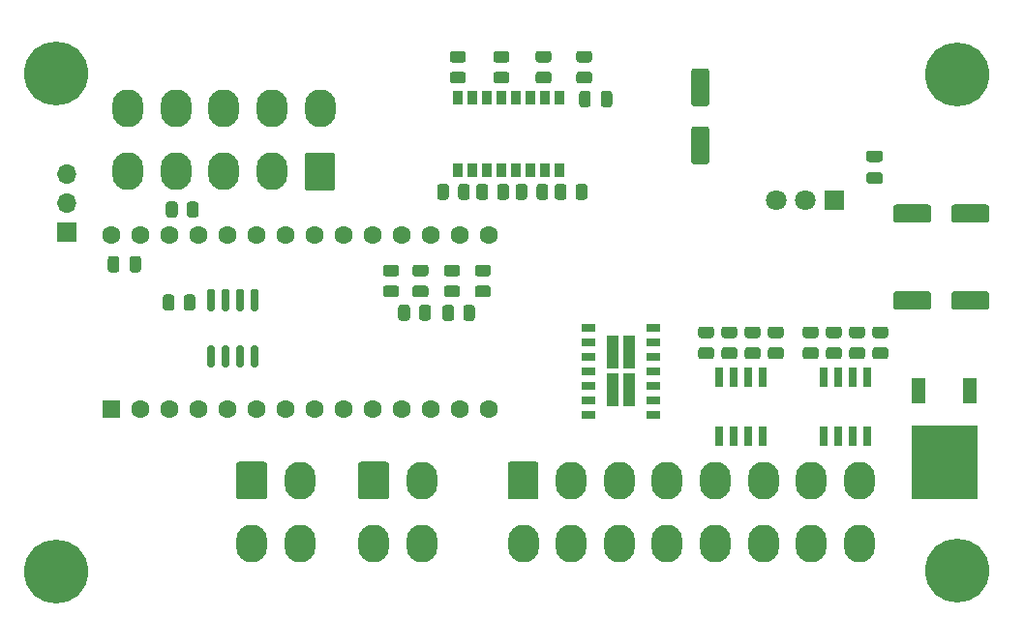
<source format=gbr>
%TF.GenerationSoftware,KiCad,Pcbnew,5.1.9+dfsg1-1*%
%TF.CreationDate,2021-07-09T17:21:31+02:00*%
%TF.ProjectId,JoeMBMS_V1.1,4a6f654d-424d-4535-9f56-312e312e6b69,rev?*%
%TF.SameCoordinates,Original*%
%TF.FileFunction,Soldermask,Top*%
%TF.FilePolarity,Negative*%
%FSLAX46Y46*%
G04 Gerber Fmt 4.6, Leading zero omitted, Abs format (unit mm)*
G04 Created by KiCad (PCBNEW 5.1.9+dfsg1-1) date 2021-07-09 17:21:31*
%MOMM*%
%LPD*%
G01*
G04 APERTURE LIST*
%ADD10C,5.600000*%
%ADD11C,3.600000*%
%ADD12O,1.700000X1.700000*%
%ADD13R,1.700000X1.700000*%
%ADD14R,0.812800X1.193800*%
%ADD15R,1.600000X1.600000*%
%ADD16C,1.600000*%
%ADD17R,1.800000X1.800000*%
%ADD18C,1.800000*%
%ADD19O,2.700000X3.300000*%
%ADD20R,0.720000X1.780000*%
%ADD21R,1.200000X2.200000*%
%ADD22R,5.800000X6.400000*%
%ADD23R,1.025000X2.900000*%
%ADD24R,1.310000X0.650000*%
G04 APERTURE END LIST*
D10*
%TO.C,REF\u002A\u002A*%
X96329500Y-81978500D03*
D11*
X96329500Y-81978500D03*
%TD*%
D10*
%TO.C,REF\u002A\u002A*%
X96329500Y-125539500D03*
D11*
X96329500Y-125539500D03*
%TD*%
D10*
%TO.C,REF\u002A\u002A*%
X175133000Y-125476000D03*
D11*
X175133000Y-125476000D03*
%TD*%
D10*
%TO.C,REF\u002A\u002A*%
X175133000Y-82042000D03*
D11*
X175133000Y-82042000D03*
%TD*%
D12*
%TO.C,JP1*%
X97218500Y-90805000D03*
X97218500Y-93345000D03*
D13*
X97218500Y-95885000D03*
%TD*%
D14*
%TO.C,U4*%
X140335000Y-84099001D03*
X139065000Y-84099001D03*
X137795000Y-84099001D03*
X136525000Y-84099001D03*
X135255000Y-84099001D03*
X133985000Y-84099001D03*
X132715000Y-84099001D03*
X131445000Y-84099001D03*
X131445000Y-90398999D03*
X132715000Y-90398999D03*
X133985000Y-90398999D03*
X135255000Y-90398999D03*
X136525000Y-90398999D03*
X137795000Y-90398999D03*
X139065000Y-90398999D03*
X140335000Y-90398999D03*
%TD*%
D15*
%TO.C,U1*%
X101092000Y-111379000D03*
D16*
X103632000Y-111379000D03*
X106172000Y-111379000D03*
X108712000Y-111379000D03*
X111252000Y-111379000D03*
X113792000Y-111379000D03*
X116332000Y-111379000D03*
X118872000Y-111379000D03*
X121412000Y-111379000D03*
X123952000Y-111379000D03*
X126492000Y-111379000D03*
X129032000Y-111379000D03*
X131572000Y-111379000D03*
X101092000Y-96139000D03*
X103632000Y-96139000D03*
X106172000Y-96139000D03*
X108712000Y-96139000D03*
X111252000Y-96139000D03*
X113792000Y-96139000D03*
X116332000Y-96139000D03*
X118872000Y-96139000D03*
X121412000Y-96139000D03*
X123952000Y-96139000D03*
X126492000Y-96139000D03*
X129032000Y-96139000D03*
X131572000Y-96139000D03*
X134112000Y-111379000D03*
X134112000Y-96139000D03*
%TD*%
D17*
%TO.C,U3*%
X164338000Y-93091000D03*
D18*
X161798000Y-93091000D03*
X159258000Y-93091000D03*
%TD*%
%TO.C,C8*%
G36*
G01*
X174611000Y-94784000D02*
X174611000Y-93684000D01*
G75*
G02*
X174861000Y-93434000I250000J0D01*
G01*
X177686000Y-93434000D01*
G75*
G02*
X177936000Y-93684000I0J-250000D01*
G01*
X177936000Y-94784000D01*
G75*
G02*
X177686000Y-95034000I-250000J0D01*
G01*
X174861000Y-95034000D01*
G75*
G02*
X174611000Y-94784000I0J250000D01*
G01*
G37*
G36*
G01*
X169536000Y-94784000D02*
X169536000Y-93684000D01*
G75*
G02*
X169786000Y-93434000I250000J0D01*
G01*
X172611000Y-93434000D01*
G75*
G02*
X172861000Y-93684000I0J-250000D01*
G01*
X172861000Y-94784000D01*
G75*
G02*
X172611000Y-95034000I-250000J0D01*
G01*
X169786000Y-95034000D01*
G75*
G02*
X169536000Y-94784000I0J250000D01*
G01*
G37*
%TD*%
%TO.C,C7*%
G36*
G01*
X153204000Y-84850000D02*
X152104000Y-84850000D01*
G75*
G02*
X151854000Y-84600000I0J250000D01*
G01*
X151854000Y-81775000D01*
G75*
G02*
X152104000Y-81525000I250000J0D01*
G01*
X153204000Y-81525000D01*
G75*
G02*
X153454000Y-81775000I0J-250000D01*
G01*
X153454000Y-84600000D01*
G75*
G02*
X153204000Y-84850000I-250000J0D01*
G01*
G37*
G36*
G01*
X153204000Y-89925000D02*
X152104000Y-89925000D01*
G75*
G02*
X151854000Y-89675000I0J250000D01*
G01*
X151854000Y-86850000D01*
G75*
G02*
X152104000Y-86600000I250000J0D01*
G01*
X153204000Y-86600000D01*
G75*
G02*
X153454000Y-86850000I0J-250000D01*
G01*
X153454000Y-89675000D01*
G75*
G02*
X153204000Y-89925000I-250000J0D01*
G01*
G37*
%TD*%
%TO.C,C5*%
G36*
G01*
X174611000Y-102378600D02*
X174611000Y-101278600D01*
G75*
G02*
X174861000Y-101028600I250000J0D01*
G01*
X177686000Y-101028600D01*
G75*
G02*
X177936000Y-101278600I0J-250000D01*
G01*
X177936000Y-102378600D01*
G75*
G02*
X177686000Y-102628600I-250000J0D01*
G01*
X174861000Y-102628600D01*
G75*
G02*
X174611000Y-102378600I0J250000D01*
G01*
G37*
G36*
G01*
X169536000Y-102378600D02*
X169536000Y-101278600D01*
G75*
G02*
X169786000Y-101028600I250000J0D01*
G01*
X172611000Y-101028600D01*
G75*
G02*
X172861000Y-101278600I0J-250000D01*
G01*
X172861000Y-102378600D01*
G75*
G02*
X172611000Y-102628600I-250000J0D01*
G01*
X169786000Y-102628600D01*
G75*
G02*
X169536000Y-102378600I0J250000D01*
G01*
G37*
%TD*%
%TO.C,R12*%
G36*
G01*
X163887998Y-104112000D02*
X164788002Y-104112000D01*
G75*
G02*
X165038000Y-104361998I0J-249998D01*
G01*
X165038000Y-104887002D01*
G75*
G02*
X164788002Y-105137000I-249998J0D01*
G01*
X163887998Y-105137000D01*
G75*
G02*
X163638000Y-104887002I0J249998D01*
G01*
X163638000Y-104361998D01*
G75*
G02*
X163887998Y-104112000I249998J0D01*
G01*
G37*
G36*
G01*
X163887998Y-105937000D02*
X164788002Y-105937000D01*
G75*
G02*
X165038000Y-106186998I0J-249998D01*
G01*
X165038000Y-106712002D01*
G75*
G02*
X164788002Y-106962000I-249998J0D01*
G01*
X163887998Y-106962000D01*
G75*
G02*
X163638000Y-106712002I0J249998D01*
G01*
X163638000Y-106186998D01*
G75*
G02*
X163887998Y-105937000I249998J0D01*
G01*
G37*
%TD*%
%TO.C,C2*%
G36*
G01*
X101835800Y-98178600D02*
X101835800Y-99128600D01*
G75*
G02*
X101585800Y-99378600I-250000J0D01*
G01*
X101085800Y-99378600D01*
G75*
G02*
X100835800Y-99128600I0J250000D01*
G01*
X100835800Y-98178600D01*
G75*
G02*
X101085800Y-97928600I250000J0D01*
G01*
X101585800Y-97928600D01*
G75*
G02*
X101835800Y-98178600I0J-250000D01*
G01*
G37*
G36*
G01*
X103735800Y-98178600D02*
X103735800Y-99128600D01*
G75*
G02*
X103485800Y-99378600I-250000J0D01*
G01*
X102985800Y-99378600D01*
G75*
G02*
X102735800Y-99128600I0J250000D01*
G01*
X102735800Y-98178600D01*
G75*
G02*
X102985800Y-97928600I250000J0D01*
G01*
X103485800Y-97928600D01*
G75*
G02*
X103735800Y-98178600I0J-250000D01*
G01*
G37*
%TD*%
%TO.C,C3*%
G36*
G01*
X142060000Y-84676000D02*
X142060000Y-83726000D01*
G75*
G02*
X142310000Y-83476000I250000J0D01*
G01*
X142810000Y-83476000D01*
G75*
G02*
X143060000Y-83726000I0J-250000D01*
G01*
X143060000Y-84676000D01*
G75*
G02*
X142810000Y-84926000I-250000J0D01*
G01*
X142310000Y-84926000D01*
G75*
G02*
X142060000Y-84676000I0J250000D01*
G01*
G37*
G36*
G01*
X143960000Y-84676000D02*
X143960000Y-83726000D01*
G75*
G02*
X144210000Y-83476000I250000J0D01*
G01*
X144710000Y-83476000D01*
G75*
G02*
X144960000Y-83726000I0J-250000D01*
G01*
X144960000Y-84676000D01*
G75*
G02*
X144710000Y-84926000I-250000J0D01*
G01*
X144210000Y-84926000D01*
G75*
G02*
X143960000Y-84676000I0J250000D01*
G01*
G37*
%TD*%
%TO.C,C6*%
G36*
G01*
X167419000Y-88720000D02*
X168369000Y-88720000D01*
G75*
G02*
X168619000Y-88970000I0J-250000D01*
G01*
X168619000Y-89470000D01*
G75*
G02*
X168369000Y-89720000I-250000J0D01*
G01*
X167419000Y-89720000D01*
G75*
G02*
X167169000Y-89470000I0J250000D01*
G01*
X167169000Y-88970000D01*
G75*
G02*
X167419000Y-88720000I250000J0D01*
G01*
G37*
G36*
G01*
X167419000Y-90620000D02*
X168369000Y-90620000D01*
G75*
G02*
X168619000Y-90870000I0J-250000D01*
G01*
X168619000Y-91370000D01*
G75*
G02*
X168369000Y-91620000I-250000J0D01*
G01*
X167419000Y-91620000D01*
G75*
G02*
X167169000Y-91370000I0J250000D01*
G01*
X167169000Y-90870000D01*
G75*
G02*
X167419000Y-90620000I250000J0D01*
G01*
G37*
%TD*%
D19*
%TO.C,J1*%
X117611000Y-123102000D03*
X113411000Y-123102000D03*
X117611000Y-117602000D03*
G36*
G01*
X112061000Y-119001999D02*
X112061000Y-116202001D01*
G75*
G02*
X112311001Y-115952000I250001J0D01*
G01*
X114510999Y-115952000D01*
G75*
G02*
X114761000Y-116202001I0J-250001D01*
G01*
X114761000Y-119001999D01*
G75*
G02*
X114510999Y-119252000I-250001J0D01*
G01*
X112311001Y-119252000D01*
G75*
G02*
X112061000Y-119001999I0J250001D01*
G01*
G37*
%TD*%
%TO.C,J2*%
G36*
G01*
X122729000Y-119001999D02*
X122729000Y-116202001D01*
G75*
G02*
X122979001Y-115952000I250001J0D01*
G01*
X125178999Y-115952000D01*
G75*
G02*
X125429000Y-116202001I0J-250001D01*
G01*
X125429000Y-119001999D01*
G75*
G02*
X125178999Y-119252000I-250001J0D01*
G01*
X122979001Y-119252000D01*
G75*
G02*
X122729000Y-119001999I0J250001D01*
G01*
G37*
X128279000Y-117602000D03*
X124079000Y-123102000D03*
X128279000Y-123102000D03*
%TD*%
%TO.C,J4*%
G36*
G01*
X135810000Y-119001999D02*
X135810000Y-116202001D01*
G75*
G02*
X136060001Y-115952000I250001J0D01*
G01*
X138259999Y-115952000D01*
G75*
G02*
X138510000Y-116202001I0J-250001D01*
G01*
X138510000Y-119001999D01*
G75*
G02*
X138259999Y-119252000I-250001J0D01*
G01*
X136060001Y-119252000D01*
G75*
G02*
X135810000Y-119001999I0J250001D01*
G01*
G37*
X141360000Y-117602000D03*
X145560000Y-117602000D03*
X149760000Y-117602000D03*
X153960000Y-117602000D03*
X158160000Y-117602000D03*
X162360000Y-117602000D03*
X166560000Y-117602000D03*
X137160000Y-123102000D03*
X141360000Y-123102000D03*
X145560000Y-123102000D03*
X149760000Y-123102000D03*
X153960000Y-123102000D03*
X158160000Y-123102000D03*
X162360000Y-123102000D03*
X166560000Y-123102000D03*
%TD*%
%TO.C,J5*%
G36*
G01*
X120730000Y-89151001D02*
X120730000Y-91950999D01*
G75*
G02*
X120479999Y-92201000I-250001J0D01*
G01*
X118280001Y-92201000D01*
G75*
G02*
X118030000Y-91950999I0J250001D01*
G01*
X118030000Y-89151001D01*
G75*
G02*
X118280001Y-88901000I250001J0D01*
G01*
X120479999Y-88901000D01*
G75*
G02*
X120730000Y-89151001I0J-250001D01*
G01*
G37*
X115180000Y-90551000D03*
X110980000Y-90551000D03*
X106780000Y-90551000D03*
X102580000Y-90551000D03*
X119380000Y-85051000D03*
X115180000Y-85051000D03*
X110980000Y-85051000D03*
X106780000Y-85051000D03*
X102580000Y-85051000D03*
%TD*%
D20*
%TO.C,Q3*%
X167259000Y-108515000D03*
X164719000Y-108515000D03*
X165989000Y-108515000D03*
X163449000Y-108515000D03*
X163449000Y-113735000D03*
X164719000Y-113735000D03*
X165989000Y-113735000D03*
X167259000Y-113735000D03*
%TD*%
%TO.C,Q4*%
X158115000Y-113735000D03*
X156845000Y-113735000D03*
X155575000Y-113735000D03*
X154305000Y-113735000D03*
X154305000Y-108515000D03*
X156845000Y-108515000D03*
X155575000Y-108515000D03*
X158115000Y-108515000D03*
%TD*%
D21*
%TO.C,Q5*%
X176270000Y-109719000D03*
X171710000Y-109719000D03*
D22*
X173990000Y-116019000D03*
%TD*%
%TO.C,R1*%
G36*
G01*
X107461000Y-102456402D02*
X107461000Y-101556398D01*
G75*
G02*
X107710998Y-101306400I249998J0D01*
G01*
X108236002Y-101306400D01*
G75*
G02*
X108486000Y-101556398I0J-249998D01*
G01*
X108486000Y-102456402D01*
G75*
G02*
X108236002Y-102706400I-249998J0D01*
G01*
X107710998Y-102706400D01*
G75*
G02*
X107461000Y-102456402I0J249998D01*
G01*
G37*
G36*
G01*
X105636000Y-102456402D02*
X105636000Y-101556398D01*
G75*
G02*
X105885998Y-101306400I249998J0D01*
G01*
X106411002Y-101306400D01*
G75*
G02*
X106661000Y-101556398I0J-249998D01*
G01*
X106661000Y-102456402D01*
G75*
G02*
X106411002Y-102706400I-249998J0D01*
G01*
X105885998Y-102706400D01*
G75*
G02*
X105636000Y-102456402I0J249998D01*
G01*
G37*
%TD*%
%TO.C,R2*%
G36*
G01*
X142043998Y-81807000D02*
X142944002Y-81807000D01*
G75*
G02*
X143194000Y-82056998I0J-249998D01*
G01*
X143194000Y-82582002D01*
G75*
G02*
X142944002Y-82832000I-249998J0D01*
G01*
X142043998Y-82832000D01*
G75*
G02*
X141794000Y-82582002I0J249998D01*
G01*
X141794000Y-82056998D01*
G75*
G02*
X142043998Y-81807000I249998J0D01*
G01*
G37*
G36*
G01*
X142043998Y-79982000D02*
X142944002Y-79982000D01*
G75*
G02*
X143194000Y-80231998I0J-249998D01*
G01*
X143194000Y-80757002D01*
G75*
G02*
X142944002Y-81007000I-249998J0D01*
G01*
X142043998Y-81007000D01*
G75*
G02*
X141794000Y-80757002I0J249998D01*
G01*
X141794000Y-80231998D01*
G75*
G02*
X142043998Y-79982000I249998J0D01*
G01*
G37*
%TD*%
%TO.C,R3*%
G36*
G01*
X138487998Y-79982000D02*
X139388002Y-79982000D01*
G75*
G02*
X139638000Y-80231998I0J-249998D01*
G01*
X139638000Y-80757002D01*
G75*
G02*
X139388002Y-81007000I-249998J0D01*
G01*
X138487998Y-81007000D01*
G75*
G02*
X138238000Y-80757002I0J249998D01*
G01*
X138238000Y-80231998D01*
G75*
G02*
X138487998Y-79982000I249998J0D01*
G01*
G37*
G36*
G01*
X138487998Y-81807000D02*
X139388002Y-81807000D01*
G75*
G02*
X139638000Y-82056998I0J-249998D01*
G01*
X139638000Y-82582002D01*
G75*
G02*
X139388002Y-82832000I-249998J0D01*
G01*
X138487998Y-82832000D01*
G75*
G02*
X138238000Y-82582002I0J249998D01*
G01*
X138238000Y-82056998D01*
G75*
G02*
X138487998Y-81807000I249998J0D01*
G01*
G37*
%TD*%
%TO.C,R4*%
G36*
G01*
X134804998Y-79982000D02*
X135705002Y-79982000D01*
G75*
G02*
X135955000Y-80231998I0J-249998D01*
G01*
X135955000Y-80757002D01*
G75*
G02*
X135705002Y-81007000I-249998J0D01*
G01*
X134804998Y-81007000D01*
G75*
G02*
X134555000Y-80757002I0J249998D01*
G01*
X134555000Y-80231998D01*
G75*
G02*
X134804998Y-79982000I249998J0D01*
G01*
G37*
G36*
G01*
X134804998Y-81807000D02*
X135705002Y-81807000D01*
G75*
G02*
X135955000Y-82056998I0J-249998D01*
G01*
X135955000Y-82582002D01*
G75*
G02*
X135705002Y-82832000I-249998J0D01*
G01*
X134804998Y-82832000D01*
G75*
G02*
X134555000Y-82582002I0J249998D01*
G01*
X134555000Y-82056998D01*
G75*
G02*
X134804998Y-81807000I249998J0D01*
G01*
G37*
%TD*%
%TO.C,R5*%
G36*
G01*
X130994998Y-81807000D02*
X131895002Y-81807000D01*
G75*
G02*
X132145000Y-82056998I0J-249998D01*
G01*
X132145000Y-82582002D01*
G75*
G02*
X131895002Y-82832000I-249998J0D01*
G01*
X130994998Y-82832000D01*
G75*
G02*
X130745000Y-82582002I0J249998D01*
G01*
X130745000Y-82056998D01*
G75*
G02*
X130994998Y-81807000I249998J0D01*
G01*
G37*
G36*
G01*
X130994998Y-79982000D02*
X131895002Y-79982000D01*
G75*
G02*
X132145000Y-80231998I0J-249998D01*
G01*
X132145000Y-80757002D01*
G75*
G02*
X131895002Y-81007000I-249998J0D01*
G01*
X130994998Y-81007000D01*
G75*
G02*
X130745000Y-80757002I0J249998D01*
G01*
X130745000Y-80231998D01*
G75*
G02*
X130994998Y-79982000I249998J0D01*
G01*
G37*
%TD*%
%TO.C,R6*%
G36*
G01*
X141751000Y-92779002D02*
X141751000Y-91878998D01*
G75*
G02*
X142000998Y-91629000I249998J0D01*
G01*
X142526002Y-91629000D01*
G75*
G02*
X142776000Y-91878998I0J-249998D01*
G01*
X142776000Y-92779002D01*
G75*
G02*
X142526002Y-93029000I-249998J0D01*
G01*
X142000998Y-93029000D01*
G75*
G02*
X141751000Y-92779002I0J249998D01*
G01*
G37*
G36*
G01*
X139926000Y-92779002D02*
X139926000Y-91878998D01*
G75*
G02*
X140175998Y-91629000I249998J0D01*
G01*
X140701002Y-91629000D01*
G75*
G02*
X140951000Y-91878998I0J-249998D01*
G01*
X140951000Y-92779002D01*
G75*
G02*
X140701002Y-93029000I-249998J0D01*
G01*
X140175998Y-93029000D01*
G75*
G02*
X139926000Y-92779002I0J249998D01*
G01*
G37*
%TD*%
%TO.C,R7*%
G36*
G01*
X136497000Y-92779002D02*
X136497000Y-91878998D01*
G75*
G02*
X136746998Y-91629000I249998J0D01*
G01*
X137272002Y-91629000D01*
G75*
G02*
X137522000Y-91878998I0J-249998D01*
G01*
X137522000Y-92779002D01*
G75*
G02*
X137272002Y-93029000I-249998J0D01*
G01*
X136746998Y-93029000D01*
G75*
G02*
X136497000Y-92779002I0J249998D01*
G01*
G37*
G36*
G01*
X138322000Y-92779002D02*
X138322000Y-91878998D01*
G75*
G02*
X138571998Y-91629000I249998J0D01*
G01*
X139097002Y-91629000D01*
G75*
G02*
X139347000Y-91878998I0J-249998D01*
G01*
X139347000Y-92779002D01*
G75*
G02*
X139097002Y-93029000I-249998J0D01*
G01*
X138571998Y-93029000D01*
G75*
G02*
X138322000Y-92779002I0J249998D01*
G01*
G37*
%TD*%
%TO.C,R8*%
G36*
G01*
X133068000Y-92779002D02*
X133068000Y-91878998D01*
G75*
G02*
X133317998Y-91629000I249998J0D01*
G01*
X133843002Y-91629000D01*
G75*
G02*
X134093000Y-91878998I0J-249998D01*
G01*
X134093000Y-92779002D01*
G75*
G02*
X133843002Y-93029000I-249998J0D01*
G01*
X133317998Y-93029000D01*
G75*
G02*
X133068000Y-92779002I0J249998D01*
G01*
G37*
G36*
G01*
X134893000Y-92779002D02*
X134893000Y-91878998D01*
G75*
G02*
X135142998Y-91629000I249998J0D01*
G01*
X135668002Y-91629000D01*
G75*
G02*
X135918000Y-91878998I0J-249998D01*
G01*
X135918000Y-92779002D01*
G75*
G02*
X135668002Y-93029000I-249998J0D01*
G01*
X135142998Y-93029000D01*
G75*
G02*
X134893000Y-92779002I0J249998D01*
G01*
G37*
%TD*%
%TO.C,R9*%
G36*
G01*
X131464000Y-92779002D02*
X131464000Y-91878998D01*
G75*
G02*
X131713998Y-91629000I249998J0D01*
G01*
X132239002Y-91629000D01*
G75*
G02*
X132489000Y-91878998I0J-249998D01*
G01*
X132489000Y-92779002D01*
G75*
G02*
X132239002Y-93029000I-249998J0D01*
G01*
X131713998Y-93029000D01*
G75*
G02*
X131464000Y-92779002I0J249998D01*
G01*
G37*
G36*
G01*
X129639000Y-92779002D02*
X129639000Y-91878998D01*
G75*
G02*
X129888998Y-91629000I249998J0D01*
G01*
X130414002Y-91629000D01*
G75*
G02*
X130664000Y-91878998I0J-249998D01*
G01*
X130664000Y-92779002D01*
G75*
G02*
X130414002Y-93029000I-249998J0D01*
G01*
X129888998Y-93029000D01*
G75*
G02*
X129639000Y-92779002I0J249998D01*
G01*
G37*
%TD*%
%TO.C,R10*%
G36*
G01*
X167951998Y-104112000D02*
X168852002Y-104112000D01*
G75*
G02*
X169102000Y-104361998I0J-249998D01*
G01*
X169102000Y-104887002D01*
G75*
G02*
X168852002Y-105137000I-249998J0D01*
G01*
X167951998Y-105137000D01*
G75*
G02*
X167702000Y-104887002I0J249998D01*
G01*
X167702000Y-104361998D01*
G75*
G02*
X167951998Y-104112000I249998J0D01*
G01*
G37*
G36*
G01*
X167951998Y-105937000D02*
X168852002Y-105937000D01*
G75*
G02*
X169102000Y-106186998I0J-249998D01*
G01*
X169102000Y-106712002D01*
G75*
G02*
X168852002Y-106962000I-249998J0D01*
G01*
X167951998Y-106962000D01*
G75*
G02*
X167702000Y-106712002I0J249998D01*
G01*
X167702000Y-106186998D01*
G75*
G02*
X167951998Y-105937000I249998J0D01*
G01*
G37*
%TD*%
%TO.C,R11*%
G36*
G01*
X165919998Y-105937000D02*
X166820002Y-105937000D01*
G75*
G02*
X167070000Y-106186998I0J-249998D01*
G01*
X167070000Y-106712002D01*
G75*
G02*
X166820002Y-106962000I-249998J0D01*
G01*
X165919998Y-106962000D01*
G75*
G02*
X165670000Y-106712002I0J249998D01*
G01*
X165670000Y-106186998D01*
G75*
G02*
X165919998Y-105937000I249998J0D01*
G01*
G37*
G36*
G01*
X165919998Y-104112000D02*
X166820002Y-104112000D01*
G75*
G02*
X167070000Y-104361998I0J-249998D01*
G01*
X167070000Y-104887002D01*
G75*
G02*
X166820002Y-105137000I-249998J0D01*
G01*
X165919998Y-105137000D01*
G75*
G02*
X165670000Y-104887002I0J249998D01*
G01*
X165670000Y-104361998D01*
G75*
G02*
X165919998Y-104112000I249998J0D01*
G01*
G37*
%TD*%
%TO.C,R13*%
G36*
G01*
X161855998Y-104112000D02*
X162756002Y-104112000D01*
G75*
G02*
X163006000Y-104361998I0J-249998D01*
G01*
X163006000Y-104887002D01*
G75*
G02*
X162756002Y-105137000I-249998J0D01*
G01*
X161855998Y-105137000D01*
G75*
G02*
X161606000Y-104887002I0J249998D01*
G01*
X161606000Y-104361998D01*
G75*
G02*
X161855998Y-104112000I249998J0D01*
G01*
G37*
G36*
G01*
X161855998Y-105937000D02*
X162756002Y-105937000D01*
G75*
G02*
X163006000Y-106186998I0J-249998D01*
G01*
X163006000Y-106712002D01*
G75*
G02*
X162756002Y-106962000I-249998J0D01*
G01*
X161855998Y-106962000D01*
G75*
G02*
X161606000Y-106712002I0J249998D01*
G01*
X161606000Y-106186998D01*
G75*
G02*
X161855998Y-105937000I249998J0D01*
G01*
G37*
%TD*%
%TO.C,R14*%
G36*
G01*
X158807998Y-104112000D02*
X159708002Y-104112000D01*
G75*
G02*
X159958000Y-104361998I0J-249998D01*
G01*
X159958000Y-104887002D01*
G75*
G02*
X159708002Y-105137000I-249998J0D01*
G01*
X158807998Y-105137000D01*
G75*
G02*
X158558000Y-104887002I0J249998D01*
G01*
X158558000Y-104361998D01*
G75*
G02*
X158807998Y-104112000I249998J0D01*
G01*
G37*
G36*
G01*
X158807998Y-105937000D02*
X159708002Y-105937000D01*
G75*
G02*
X159958000Y-106186998I0J-249998D01*
G01*
X159958000Y-106712002D01*
G75*
G02*
X159708002Y-106962000I-249998J0D01*
G01*
X158807998Y-106962000D01*
G75*
G02*
X158558000Y-106712002I0J249998D01*
G01*
X158558000Y-106186998D01*
G75*
G02*
X158807998Y-105937000I249998J0D01*
G01*
G37*
%TD*%
%TO.C,R15*%
G36*
G01*
X156775998Y-105937000D02*
X157676002Y-105937000D01*
G75*
G02*
X157926000Y-106186998I0J-249998D01*
G01*
X157926000Y-106712002D01*
G75*
G02*
X157676002Y-106962000I-249998J0D01*
G01*
X156775998Y-106962000D01*
G75*
G02*
X156526000Y-106712002I0J249998D01*
G01*
X156526000Y-106186998D01*
G75*
G02*
X156775998Y-105937000I249998J0D01*
G01*
G37*
G36*
G01*
X156775998Y-104112000D02*
X157676002Y-104112000D01*
G75*
G02*
X157926000Y-104361998I0J-249998D01*
G01*
X157926000Y-104887002D01*
G75*
G02*
X157676002Y-105137000I-249998J0D01*
G01*
X156775998Y-105137000D01*
G75*
G02*
X156526000Y-104887002I0J249998D01*
G01*
X156526000Y-104361998D01*
G75*
G02*
X156775998Y-104112000I249998J0D01*
G01*
G37*
%TD*%
%TO.C,R16*%
G36*
G01*
X154743998Y-104112000D02*
X155644002Y-104112000D01*
G75*
G02*
X155894000Y-104361998I0J-249998D01*
G01*
X155894000Y-104887002D01*
G75*
G02*
X155644002Y-105137000I-249998J0D01*
G01*
X154743998Y-105137000D01*
G75*
G02*
X154494000Y-104887002I0J249998D01*
G01*
X154494000Y-104361998D01*
G75*
G02*
X154743998Y-104112000I249998J0D01*
G01*
G37*
G36*
G01*
X154743998Y-105937000D02*
X155644002Y-105937000D01*
G75*
G02*
X155894000Y-106186998I0J-249998D01*
G01*
X155894000Y-106712002D01*
G75*
G02*
X155644002Y-106962000I-249998J0D01*
G01*
X154743998Y-106962000D01*
G75*
G02*
X154494000Y-106712002I0J249998D01*
G01*
X154494000Y-106186998D01*
G75*
G02*
X154743998Y-105937000I249998J0D01*
G01*
G37*
%TD*%
%TO.C,R17*%
G36*
G01*
X152711998Y-105937000D02*
X153612002Y-105937000D01*
G75*
G02*
X153862000Y-106186998I0J-249998D01*
G01*
X153862000Y-106712002D01*
G75*
G02*
X153612002Y-106962000I-249998J0D01*
G01*
X152711998Y-106962000D01*
G75*
G02*
X152462000Y-106712002I0J249998D01*
G01*
X152462000Y-106186998D01*
G75*
G02*
X152711998Y-105937000I249998J0D01*
G01*
G37*
G36*
G01*
X152711998Y-104112000D02*
X153612002Y-104112000D01*
G75*
G02*
X153862000Y-104361998I0J-249998D01*
G01*
X153862000Y-104887002D01*
G75*
G02*
X153612002Y-105137000I-249998J0D01*
G01*
X152711998Y-105137000D01*
G75*
G02*
X152462000Y-104887002I0J249998D01*
G01*
X152462000Y-104361998D01*
G75*
G02*
X152711998Y-104112000I249998J0D01*
G01*
G37*
%TD*%
%TO.C,R18*%
G36*
G01*
X133179398Y-100526800D02*
X134079402Y-100526800D01*
G75*
G02*
X134329400Y-100776798I0J-249998D01*
G01*
X134329400Y-101301802D01*
G75*
G02*
X134079402Y-101551800I-249998J0D01*
G01*
X133179398Y-101551800D01*
G75*
G02*
X132929400Y-101301802I0J249998D01*
G01*
X132929400Y-100776798D01*
G75*
G02*
X133179398Y-100526800I249998J0D01*
G01*
G37*
G36*
G01*
X133179398Y-98701800D02*
X134079402Y-98701800D01*
G75*
G02*
X134329400Y-98951798I0J-249998D01*
G01*
X134329400Y-99476802D01*
G75*
G02*
X134079402Y-99726800I-249998J0D01*
G01*
X133179398Y-99726800D01*
G75*
G02*
X132929400Y-99476802I0J249998D01*
G01*
X132929400Y-98951798D01*
G75*
G02*
X133179398Y-98701800I249998J0D01*
G01*
G37*
%TD*%
%TO.C,R19*%
G36*
G01*
X131387002Y-101551800D02*
X130486998Y-101551800D01*
G75*
G02*
X130237000Y-101301802I0J249998D01*
G01*
X130237000Y-100776798D01*
G75*
G02*
X130486998Y-100526800I249998J0D01*
G01*
X131387002Y-100526800D01*
G75*
G02*
X131637000Y-100776798I0J-249998D01*
G01*
X131637000Y-101301802D01*
G75*
G02*
X131387002Y-101551800I-249998J0D01*
G01*
G37*
G36*
G01*
X131387002Y-99726800D02*
X130486998Y-99726800D01*
G75*
G02*
X130237000Y-99476802I0J249998D01*
G01*
X130237000Y-98951798D01*
G75*
G02*
X130486998Y-98701800I249998J0D01*
G01*
X131387002Y-98701800D01*
G75*
G02*
X131637000Y-98951798I0J-249998D01*
G01*
X131637000Y-99476802D01*
G75*
G02*
X131387002Y-99726800I-249998J0D01*
G01*
G37*
%TD*%
%TO.C,R20*%
G36*
G01*
X131921200Y-103370802D02*
X131921200Y-102470798D01*
G75*
G02*
X132171198Y-102220800I249998J0D01*
G01*
X132696202Y-102220800D01*
G75*
G02*
X132946200Y-102470798I0J-249998D01*
G01*
X132946200Y-103370802D01*
G75*
G02*
X132696202Y-103620800I-249998J0D01*
G01*
X132171198Y-103620800D01*
G75*
G02*
X131921200Y-103370802I0J249998D01*
G01*
G37*
G36*
G01*
X130096200Y-103370802D02*
X130096200Y-102470798D01*
G75*
G02*
X130346198Y-102220800I249998J0D01*
G01*
X130871202Y-102220800D01*
G75*
G02*
X131121200Y-102470798I0J-249998D01*
G01*
X131121200Y-103370802D01*
G75*
G02*
X130871202Y-103620800I-249998J0D01*
G01*
X130346198Y-103620800D01*
G75*
G02*
X130096200Y-103370802I0J249998D01*
G01*
G37*
%TD*%
%TO.C,R21*%
G36*
G01*
X125152998Y-98701800D02*
X126053002Y-98701800D01*
G75*
G02*
X126303000Y-98951798I0J-249998D01*
G01*
X126303000Y-99476802D01*
G75*
G02*
X126053002Y-99726800I-249998J0D01*
G01*
X125152998Y-99726800D01*
G75*
G02*
X124903000Y-99476802I0J249998D01*
G01*
X124903000Y-98951798D01*
G75*
G02*
X125152998Y-98701800I249998J0D01*
G01*
G37*
G36*
G01*
X125152998Y-100526800D02*
X126053002Y-100526800D01*
G75*
G02*
X126303000Y-100776798I0J-249998D01*
G01*
X126303000Y-101301802D01*
G75*
G02*
X126053002Y-101551800I-249998J0D01*
G01*
X125152998Y-101551800D01*
G75*
G02*
X124903000Y-101301802I0J249998D01*
G01*
X124903000Y-100776798D01*
G75*
G02*
X125152998Y-100526800I249998J0D01*
G01*
G37*
%TD*%
%TO.C,R22*%
G36*
G01*
X128618402Y-99726800D02*
X127718398Y-99726800D01*
G75*
G02*
X127468400Y-99476802I0J249998D01*
G01*
X127468400Y-98951798D01*
G75*
G02*
X127718398Y-98701800I249998J0D01*
G01*
X128618402Y-98701800D01*
G75*
G02*
X128868400Y-98951798I0J-249998D01*
G01*
X128868400Y-99476802D01*
G75*
G02*
X128618402Y-99726800I-249998J0D01*
G01*
G37*
G36*
G01*
X128618402Y-101551800D02*
X127718398Y-101551800D01*
G75*
G02*
X127468400Y-101301802I0J249998D01*
G01*
X127468400Y-100776798D01*
G75*
G02*
X127718398Y-100526800I249998J0D01*
G01*
X128618402Y-100526800D01*
G75*
G02*
X128868400Y-100776798I0J-249998D01*
G01*
X128868400Y-101301802D01*
G75*
G02*
X128618402Y-101551800I-249998J0D01*
G01*
G37*
%TD*%
%TO.C,R23*%
G36*
G01*
X129085400Y-102445398D02*
X129085400Y-103345402D01*
G75*
G02*
X128835402Y-103595400I-249998J0D01*
G01*
X128310398Y-103595400D01*
G75*
G02*
X128060400Y-103345402I0J249998D01*
G01*
X128060400Y-102445398D01*
G75*
G02*
X128310398Y-102195400I249998J0D01*
G01*
X128835402Y-102195400D01*
G75*
G02*
X129085400Y-102445398I0J-249998D01*
G01*
G37*
G36*
G01*
X127260400Y-102445398D02*
X127260400Y-103345402D01*
G75*
G02*
X127010402Y-103595400I-249998J0D01*
G01*
X126485398Y-103595400D01*
G75*
G02*
X126235400Y-103345402I0J249998D01*
G01*
X126235400Y-102445398D01*
G75*
G02*
X126485398Y-102195400I249998J0D01*
G01*
X127010402Y-102195400D01*
G75*
G02*
X127260400Y-102445398I0J-249998D01*
G01*
G37*
%TD*%
%TO.C,U2*%
G36*
G01*
X110005000Y-107717000D02*
X109705000Y-107717000D01*
G75*
G02*
X109555000Y-107567000I0J150000D01*
G01*
X109555000Y-105917000D01*
G75*
G02*
X109705000Y-105767000I150000J0D01*
G01*
X110005000Y-105767000D01*
G75*
G02*
X110155000Y-105917000I0J-150000D01*
G01*
X110155000Y-107567000D01*
G75*
G02*
X110005000Y-107717000I-150000J0D01*
G01*
G37*
G36*
G01*
X111275000Y-107717000D02*
X110975000Y-107717000D01*
G75*
G02*
X110825000Y-107567000I0J150000D01*
G01*
X110825000Y-105917000D01*
G75*
G02*
X110975000Y-105767000I150000J0D01*
G01*
X111275000Y-105767000D01*
G75*
G02*
X111425000Y-105917000I0J-150000D01*
G01*
X111425000Y-107567000D01*
G75*
G02*
X111275000Y-107717000I-150000J0D01*
G01*
G37*
G36*
G01*
X112545000Y-107717000D02*
X112245000Y-107717000D01*
G75*
G02*
X112095000Y-107567000I0J150000D01*
G01*
X112095000Y-105917000D01*
G75*
G02*
X112245000Y-105767000I150000J0D01*
G01*
X112545000Y-105767000D01*
G75*
G02*
X112695000Y-105917000I0J-150000D01*
G01*
X112695000Y-107567000D01*
G75*
G02*
X112545000Y-107717000I-150000J0D01*
G01*
G37*
G36*
G01*
X113815000Y-107717000D02*
X113515000Y-107717000D01*
G75*
G02*
X113365000Y-107567000I0J150000D01*
G01*
X113365000Y-105917000D01*
G75*
G02*
X113515000Y-105767000I150000J0D01*
G01*
X113815000Y-105767000D01*
G75*
G02*
X113965000Y-105917000I0J-150000D01*
G01*
X113965000Y-107567000D01*
G75*
G02*
X113815000Y-107717000I-150000J0D01*
G01*
G37*
G36*
G01*
X113815000Y-102767000D02*
X113515000Y-102767000D01*
G75*
G02*
X113365000Y-102617000I0J150000D01*
G01*
X113365000Y-100967000D01*
G75*
G02*
X113515000Y-100817000I150000J0D01*
G01*
X113815000Y-100817000D01*
G75*
G02*
X113965000Y-100967000I0J-150000D01*
G01*
X113965000Y-102617000D01*
G75*
G02*
X113815000Y-102767000I-150000J0D01*
G01*
G37*
G36*
G01*
X112545000Y-102767000D02*
X112245000Y-102767000D01*
G75*
G02*
X112095000Y-102617000I0J150000D01*
G01*
X112095000Y-100967000D01*
G75*
G02*
X112245000Y-100817000I150000J0D01*
G01*
X112545000Y-100817000D01*
G75*
G02*
X112695000Y-100967000I0J-150000D01*
G01*
X112695000Y-102617000D01*
G75*
G02*
X112545000Y-102767000I-150000J0D01*
G01*
G37*
G36*
G01*
X111275000Y-102767000D02*
X110975000Y-102767000D01*
G75*
G02*
X110825000Y-102617000I0J150000D01*
G01*
X110825000Y-100967000D01*
G75*
G02*
X110975000Y-100817000I150000J0D01*
G01*
X111275000Y-100817000D01*
G75*
G02*
X111425000Y-100967000I0J-150000D01*
G01*
X111425000Y-102617000D01*
G75*
G02*
X111275000Y-102767000I-150000J0D01*
G01*
G37*
G36*
G01*
X110005000Y-102767000D02*
X109705000Y-102767000D01*
G75*
G02*
X109555000Y-102617000I0J150000D01*
G01*
X109555000Y-100967000D01*
G75*
G02*
X109705000Y-100817000I150000J0D01*
G01*
X110005000Y-100817000D01*
G75*
G02*
X110155000Y-100967000I0J-150000D01*
G01*
X110155000Y-102617000D01*
G75*
G02*
X110005000Y-102767000I-150000J0D01*
G01*
G37*
%TD*%
%TO.C,R24*%
G36*
G01*
X105915400Y-94328402D02*
X105915400Y-93428398D01*
G75*
G02*
X106165398Y-93178400I249998J0D01*
G01*
X106690402Y-93178400D01*
G75*
G02*
X106940400Y-93428398I0J-249998D01*
G01*
X106940400Y-94328402D01*
G75*
G02*
X106690402Y-94578400I-249998J0D01*
G01*
X106165398Y-94578400D01*
G75*
G02*
X105915400Y-94328402I0J249998D01*
G01*
G37*
G36*
G01*
X107740400Y-94328402D02*
X107740400Y-93428398D01*
G75*
G02*
X107990398Y-93178400I249998J0D01*
G01*
X108515402Y-93178400D01*
G75*
G02*
X108765400Y-93428398I0J-249998D01*
G01*
X108765400Y-94328402D01*
G75*
G02*
X108515402Y-94578400I-249998J0D01*
G01*
X107990398Y-94578400D01*
G75*
G02*
X107740400Y-94328402I0J249998D01*
G01*
G37*
%TD*%
D23*
%TO.C,S1*%
X144980600Y-109675200D03*
X144980600Y-106375200D03*
X146405600Y-106375200D03*
D24*
X142848100Y-111835200D03*
X148538100Y-111835200D03*
X142848100Y-110565200D03*
X148538100Y-110565200D03*
X142848100Y-109295200D03*
X148538100Y-109295200D03*
X142848100Y-108025200D03*
X148538100Y-108025200D03*
X142848100Y-106755200D03*
X148538100Y-106755200D03*
X142848100Y-105485200D03*
X148538100Y-105485200D03*
X142848100Y-104215200D03*
X148538100Y-104215200D03*
D23*
X146405600Y-109675200D03*
%TD*%
M02*

</source>
